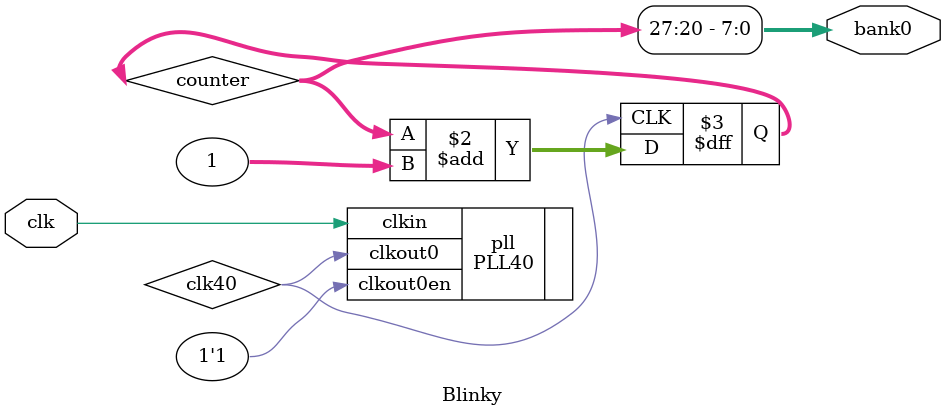
<source format=v>
module Blinky(
	input wire clk,
	output wire[7:0] bank0
);

reg [31:0] counter;
wire clk40;

PLL40 pll(
	.clkin(clk),
	.clkout0en(1'b1),
	.clkout0(clk40),
);

assign bank0 = counter[27:20];

always @(posedge clk40) begin
	counter <= counter + 1;
end

endmodule

</source>
